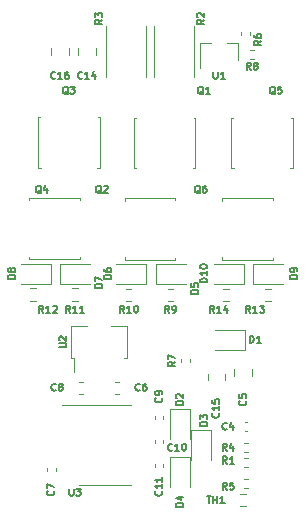
<source format=gbr>
%TF.GenerationSoftware,KiCad,Pcbnew,(5.1.9)-1*%
%TF.CreationDate,2021-11-17T21:41:55-08:00*%
%TF.ProjectId,MCL-102 Bridge,4d434c2d-3130-4322-9042-72696467652e,rev?*%
%TF.SameCoordinates,Original*%
%TF.FileFunction,Legend,Top*%
%TF.FilePolarity,Positive*%
%FSLAX46Y46*%
G04 Gerber Fmt 4.6, Leading zero omitted, Abs format (unit mm)*
G04 Created by KiCad (PCBNEW (5.1.9)-1) date 2021-11-17 21:41:55*
%MOMM*%
%LPD*%
G01*
G04 APERTURE LIST*
%ADD10C,0.120000*%
%ADD11C,0.127000*%
G04 APERTURE END LIST*
D10*
%TO.C,C15*%
X144324400Y-114419748D02*
X144324400Y-114942252D01*
X145794400Y-114419748D02*
X145794400Y-114942252D01*
%TO.C,C5*%
X146585000Y-114038748D02*
X146585000Y-114561252D01*
X148055000Y-114038748D02*
X148055000Y-114561252D01*
%TO.C,C16*%
X132561000Y-87383252D02*
X132561000Y-86860748D01*
X131091000Y-87383252D02*
X131091000Y-86860748D01*
%TO.C,C14*%
X134847000Y-87383252D02*
X134847000Y-86860748D01*
X133377000Y-87383252D02*
X133377000Y-86860748D01*
%TO.C,U3*%
X135636000Y-117011000D02*
X132036000Y-117011000D01*
X135636000Y-117011000D02*
X137836000Y-117011000D01*
X135636000Y-123781000D02*
X133436000Y-123781000D01*
X135636000Y-123781000D02*
X137836000Y-123781000D01*
%TO.C,TH1*%
X147557258Y-124572500D02*
X147082742Y-124572500D01*
X147557258Y-125617500D02*
X147082742Y-125617500D01*
%TO.C,R12*%
X129777258Y-107173500D02*
X129302742Y-107173500D01*
X129777258Y-108218500D02*
X129302742Y-108218500D01*
%TO.C,R11*%
X132858742Y-108218500D02*
X133333258Y-108218500D01*
X132858742Y-107173500D02*
X133333258Y-107173500D01*
%TO.C,Q6*%
X145537000Y-99538000D02*
X145537000Y-99738000D01*
X149837000Y-99538000D02*
X145537000Y-99538000D01*
X149837000Y-99688000D02*
X149837000Y-99538000D01*
X149837000Y-104738000D02*
X149837000Y-104588000D01*
X145537000Y-104738000D02*
X149837000Y-104738000D01*
X145537000Y-104538000D02*
X145537000Y-104738000D01*
%TO.C,Q5*%
X146336000Y-97014000D02*
X146536000Y-97014000D01*
X146336000Y-92714000D02*
X146336000Y-97014000D01*
X146486000Y-92714000D02*
X146336000Y-92714000D01*
X151536000Y-92714000D02*
X151386000Y-92714000D01*
X151536000Y-97014000D02*
X151536000Y-92714000D01*
X151336000Y-97014000D02*
X151536000Y-97014000D01*
%TO.C,Q4*%
X129189000Y-99508000D02*
X129189000Y-99708000D01*
X133489000Y-99508000D02*
X129189000Y-99508000D01*
X133489000Y-99658000D02*
X133489000Y-99508000D01*
X133489000Y-104708000D02*
X133489000Y-104558000D01*
X129189000Y-104708000D02*
X133489000Y-104708000D01*
X129189000Y-104508000D02*
X129189000Y-104708000D01*
%TO.C,Q3*%
X129988000Y-96984000D02*
X130188000Y-96984000D01*
X129988000Y-92684000D02*
X129988000Y-96984000D01*
X130138000Y-92684000D02*
X129988000Y-92684000D01*
X135188000Y-92684000D02*
X135038000Y-92684000D01*
X135188000Y-96984000D02*
X135188000Y-92684000D01*
X134988000Y-96984000D02*
X135188000Y-96984000D01*
%TO.C,Q2*%
X137291000Y-99548000D02*
X137291000Y-99748000D01*
X141591000Y-99548000D02*
X137291000Y-99548000D01*
X141591000Y-99698000D02*
X141591000Y-99548000D01*
X141591000Y-104748000D02*
X141591000Y-104598000D01*
X137291000Y-104748000D02*
X141591000Y-104748000D01*
X137291000Y-104548000D02*
X137291000Y-104748000D01*
%TO.C,Q1*%
X138090000Y-97024000D02*
X138290000Y-97024000D01*
X138090000Y-92724000D02*
X138090000Y-97024000D01*
X138240000Y-92724000D02*
X138090000Y-92724000D01*
X143290000Y-92724000D02*
X143140000Y-92724000D01*
X143290000Y-97024000D02*
X143290000Y-92724000D01*
X143090000Y-97024000D02*
X143290000Y-97024000D01*
%TO.C,D9*%
X148198000Y-105098000D02*
X150748000Y-105098000D01*
X148198000Y-106798000D02*
X150748000Y-106798000D01*
X148198000Y-105098000D02*
X148198000Y-106798000D01*
%TO.C,D8*%
X131040000Y-106768000D02*
X128490000Y-106768000D01*
X131040000Y-105068000D02*
X128490000Y-105068000D01*
X131040000Y-106768000D02*
X131040000Y-105068000D01*
%TO.C,D7*%
X131850000Y-105068000D02*
X134400000Y-105068000D01*
X131850000Y-106768000D02*
X134400000Y-106768000D01*
X131850000Y-105068000D02*
X131850000Y-106768000D01*
%TO.C,D5*%
X139952000Y-105108000D02*
X142502000Y-105108000D01*
X139952000Y-106808000D02*
X142502000Y-106808000D01*
X139952000Y-105108000D02*
X139952000Y-106808000D01*
%TO.C,C6*%
X136792580Y-115060000D02*
X136511420Y-115060000D01*
X136792580Y-116080000D02*
X136511420Y-116080000D01*
%TO.C,U1*%
X146868000Y-86362000D02*
X146868000Y-87822000D01*
X143708000Y-86362000D02*
X143708000Y-88522000D01*
X143708000Y-86362000D02*
X144638000Y-86362000D01*
X146868000Y-86362000D02*
X145938000Y-86362000D01*
%TO.C,U2*%
X137488000Y-113074000D02*
X137258000Y-113074000D01*
X132768000Y-113074000D02*
X132998000Y-113074000D01*
X132768000Y-113074000D02*
X132768000Y-110354000D01*
X132768000Y-110354000D02*
X134078000Y-110354000D01*
X132998000Y-114214000D02*
X132998000Y-113074000D01*
X137488000Y-110354000D02*
X137488000Y-113074000D01*
X136178000Y-110354000D02*
X137488000Y-110354000D01*
%TO.C,R8*%
X147928359Y-87756000D02*
X148235641Y-87756000D01*
X147928359Y-86996000D02*
X148235641Y-86996000D01*
%TO.C,R7*%
X142874000Y-113437641D02*
X142874000Y-113130359D01*
X142114000Y-113437641D02*
X142114000Y-113130359D01*
%TO.C,R5*%
X147727641Y-121540000D02*
X147420359Y-121540000D01*
X147727641Y-122300000D02*
X147420359Y-122300000D01*
%TO.C,R14*%
X146125258Y-107203500D02*
X145650742Y-107203500D01*
X146125258Y-108248500D02*
X145650742Y-108248500D01*
%TO.C,R13*%
X149206742Y-108248500D02*
X149681258Y-108248500D01*
X149206742Y-107203500D02*
X149681258Y-107203500D01*
%TO.C,R6*%
X147954000Y-85751641D02*
X147954000Y-85444359D01*
X147194000Y-85751641D02*
X147194000Y-85444359D01*
%TO.C,R4*%
X147420359Y-121030000D02*
X147727641Y-121030000D01*
X147420359Y-120270000D02*
X147727641Y-120270000D01*
%TO.C,R1*%
X147420359Y-124078000D02*
X147727641Y-124078000D01*
X147420359Y-123318000D02*
X147727641Y-123318000D01*
%TO.C,R10*%
X137879258Y-107213500D02*
X137404742Y-107213500D01*
X137879258Y-108258500D02*
X137404742Y-108258500D01*
%TO.C,R3*%
X135704000Y-84944936D02*
X135704000Y-89299064D01*
X139124000Y-84944936D02*
X139124000Y-89299064D01*
%TO.C,R2*%
X139768000Y-84944936D02*
X139768000Y-89299064D01*
X143188000Y-84944936D02*
X143188000Y-89299064D01*
%TO.C,R9*%
X140960742Y-108258500D02*
X141435258Y-108258500D01*
X140960742Y-107213500D02*
X141435258Y-107213500D01*
%TO.C,D10*%
X147388000Y-106798000D02*
X144838000Y-106798000D01*
X147388000Y-105098000D02*
X144838000Y-105098000D01*
X147388000Y-106798000D02*
X147388000Y-105098000D01*
%TO.C,D1*%
X147461100Y-112356000D02*
X144911100Y-112356000D01*
X147461100Y-110656000D02*
X144911100Y-110656000D01*
X147461100Y-112356000D02*
X147461100Y-110656000D01*
%TO.C,D4*%
X142836000Y-121436000D02*
X142836000Y-123986000D01*
X141136000Y-121436000D02*
X141136000Y-123986000D01*
X142836000Y-121436000D02*
X141136000Y-121436000D01*
%TO.C,D3*%
X144614000Y-119150000D02*
X144614000Y-121700000D01*
X142914000Y-119150000D02*
X142914000Y-121700000D01*
X144614000Y-119150000D02*
X142914000Y-119150000D01*
%TO.C,D2*%
X142836000Y-117372000D02*
X142836000Y-119922000D01*
X141136000Y-117372000D02*
X141136000Y-119922000D01*
X142836000Y-117372000D02*
X141136000Y-117372000D01*
%TO.C,D6*%
X139142000Y-106808000D02*
X136592000Y-106808000D01*
X139142000Y-105108000D02*
X136592000Y-105108000D01*
X139142000Y-106808000D02*
X139142000Y-105108000D01*
%TO.C,C4*%
X147466164Y-119232000D02*
X147681836Y-119232000D01*
X147466164Y-118512000D02*
X147681836Y-118512000D01*
%TO.C,C8*%
X133463420Y-116080000D02*
X133744580Y-116080000D01*
X133463420Y-115060000D02*
X133744580Y-115060000D01*
%TO.C,C11*%
X140568000Y-122281836D02*
X140568000Y-122066164D01*
X139848000Y-122281836D02*
X139848000Y-122066164D01*
%TO.C,C10*%
X140568000Y-120249836D02*
X140568000Y-120034164D01*
X139848000Y-120249836D02*
X139848000Y-120034164D01*
%TO.C,C9*%
X140568000Y-118217836D02*
X140568000Y-118002164D01*
X139848000Y-118217836D02*
X139848000Y-118002164D01*
%TO.C,C7*%
X131449400Y-122614636D02*
X131449400Y-122398964D01*
X130729400Y-122614636D02*
X130729400Y-122398964D01*
%TO.C,C15*%
D11*
X145251714Y-117739885D02*
X145280742Y-117768914D01*
X145309771Y-117856000D01*
X145309771Y-117914057D01*
X145280742Y-118001142D01*
X145222685Y-118059200D01*
X145164628Y-118088228D01*
X145048514Y-118117257D01*
X144961428Y-118117257D01*
X144845314Y-118088228D01*
X144787257Y-118059200D01*
X144729200Y-118001142D01*
X144700171Y-117914057D01*
X144700171Y-117856000D01*
X144729200Y-117768914D01*
X144758228Y-117739885D01*
X145309771Y-117159314D02*
X145309771Y-117507657D01*
X145309771Y-117333485D02*
X144700171Y-117333485D01*
X144787257Y-117391542D01*
X144845314Y-117449600D01*
X144874342Y-117507657D01*
X144700171Y-116607771D02*
X144700171Y-116898057D01*
X144990457Y-116927085D01*
X144961428Y-116898057D01*
X144932400Y-116840000D01*
X144932400Y-116694857D01*
X144961428Y-116636800D01*
X144990457Y-116607771D01*
X145048514Y-116578742D01*
X145193657Y-116578742D01*
X145251714Y-116607771D01*
X145280742Y-116636800D01*
X145309771Y-116694857D01*
X145309771Y-116840000D01*
X145280742Y-116898057D01*
X145251714Y-116927085D01*
%TO.C,C5*%
X147537714Y-116687600D02*
X147566742Y-116716628D01*
X147595771Y-116803714D01*
X147595771Y-116861771D01*
X147566742Y-116948857D01*
X147508685Y-117006914D01*
X147450628Y-117035942D01*
X147334514Y-117064971D01*
X147247428Y-117064971D01*
X147131314Y-117035942D01*
X147073257Y-117006914D01*
X147015200Y-116948857D01*
X146986171Y-116861771D01*
X146986171Y-116803714D01*
X147015200Y-116716628D01*
X147044228Y-116687600D01*
X146986171Y-116136057D02*
X146986171Y-116426342D01*
X147276457Y-116455371D01*
X147247428Y-116426342D01*
X147218400Y-116368285D01*
X147218400Y-116223142D01*
X147247428Y-116165085D01*
X147276457Y-116136057D01*
X147334514Y-116107028D01*
X147479657Y-116107028D01*
X147537714Y-116136057D01*
X147566742Y-116165085D01*
X147595771Y-116223142D01*
X147595771Y-116368285D01*
X147566742Y-116426342D01*
X147537714Y-116455371D01*
%TO.C,C16*%
X131434114Y-89371714D02*
X131405085Y-89400742D01*
X131318000Y-89429771D01*
X131259942Y-89429771D01*
X131172857Y-89400742D01*
X131114800Y-89342685D01*
X131085771Y-89284628D01*
X131056742Y-89168514D01*
X131056742Y-89081428D01*
X131085771Y-88965314D01*
X131114800Y-88907257D01*
X131172857Y-88849200D01*
X131259942Y-88820171D01*
X131318000Y-88820171D01*
X131405085Y-88849200D01*
X131434114Y-88878228D01*
X132014685Y-89429771D02*
X131666342Y-89429771D01*
X131840514Y-89429771D02*
X131840514Y-88820171D01*
X131782457Y-88907257D01*
X131724400Y-88965314D01*
X131666342Y-88994342D01*
X132537200Y-88820171D02*
X132421085Y-88820171D01*
X132363028Y-88849200D01*
X132334000Y-88878228D01*
X132275942Y-88965314D01*
X132246914Y-89081428D01*
X132246914Y-89313657D01*
X132275942Y-89371714D01*
X132304971Y-89400742D01*
X132363028Y-89429771D01*
X132479142Y-89429771D01*
X132537200Y-89400742D01*
X132566228Y-89371714D01*
X132595257Y-89313657D01*
X132595257Y-89168514D01*
X132566228Y-89110457D01*
X132537200Y-89081428D01*
X132479142Y-89052400D01*
X132363028Y-89052400D01*
X132304971Y-89081428D01*
X132275942Y-89110457D01*
X132246914Y-89168514D01*
%TO.C,C14*%
X133720114Y-89371714D02*
X133691085Y-89400742D01*
X133604000Y-89429771D01*
X133545942Y-89429771D01*
X133458857Y-89400742D01*
X133400800Y-89342685D01*
X133371771Y-89284628D01*
X133342742Y-89168514D01*
X133342742Y-89081428D01*
X133371771Y-88965314D01*
X133400800Y-88907257D01*
X133458857Y-88849200D01*
X133545942Y-88820171D01*
X133604000Y-88820171D01*
X133691085Y-88849200D01*
X133720114Y-88878228D01*
X134300685Y-89429771D02*
X133952342Y-89429771D01*
X134126514Y-89429771D02*
X134126514Y-88820171D01*
X134068457Y-88907257D01*
X134010400Y-88965314D01*
X133952342Y-88994342D01*
X134823200Y-89023371D02*
X134823200Y-89429771D01*
X134678057Y-88791142D02*
X134532914Y-89226571D01*
X134910285Y-89226571D01*
%TO.C,U3*%
X132631542Y-124126171D02*
X132631542Y-124619657D01*
X132660571Y-124677714D01*
X132689600Y-124706742D01*
X132747657Y-124735771D01*
X132863771Y-124735771D01*
X132921828Y-124706742D01*
X132950857Y-124677714D01*
X132979885Y-124619657D01*
X132979885Y-124126171D01*
X133212114Y-124126171D02*
X133589485Y-124126171D01*
X133386285Y-124358400D01*
X133473371Y-124358400D01*
X133531428Y-124387428D01*
X133560457Y-124416457D01*
X133589485Y-124474514D01*
X133589485Y-124619657D01*
X133560457Y-124677714D01*
X133531428Y-124706742D01*
X133473371Y-124735771D01*
X133299200Y-124735771D01*
X133241142Y-124706742D01*
X133212114Y-124677714D01*
%TO.C,TH1*%
X144250228Y-124761171D02*
X144598571Y-124761171D01*
X144424400Y-125370771D02*
X144424400Y-124761171D01*
X144801771Y-125370771D02*
X144801771Y-124761171D01*
X144801771Y-125051457D02*
X145150114Y-125051457D01*
X145150114Y-125370771D02*
X145150114Y-124761171D01*
X145759714Y-125370771D02*
X145411371Y-125370771D01*
X145585542Y-125370771D02*
X145585542Y-124761171D01*
X145527485Y-124848257D01*
X145469428Y-124906314D01*
X145411371Y-124935342D01*
%TO.C,R12*%
X130418114Y-109241771D02*
X130214914Y-108951485D01*
X130069771Y-109241771D02*
X130069771Y-108632171D01*
X130302000Y-108632171D01*
X130360057Y-108661200D01*
X130389085Y-108690228D01*
X130418114Y-108748285D01*
X130418114Y-108835371D01*
X130389085Y-108893428D01*
X130360057Y-108922457D01*
X130302000Y-108951485D01*
X130069771Y-108951485D01*
X130998685Y-109241771D02*
X130650342Y-109241771D01*
X130824514Y-109241771D02*
X130824514Y-108632171D01*
X130766457Y-108719257D01*
X130708400Y-108777314D01*
X130650342Y-108806342D01*
X131230914Y-108690228D02*
X131259942Y-108661200D01*
X131318000Y-108632171D01*
X131463142Y-108632171D01*
X131521200Y-108661200D01*
X131550228Y-108690228D01*
X131579257Y-108748285D01*
X131579257Y-108806342D01*
X131550228Y-108893428D01*
X131201885Y-109241771D01*
X131579257Y-109241771D01*
%TO.C,R11*%
X132704114Y-109241771D02*
X132500914Y-108951485D01*
X132355771Y-109241771D02*
X132355771Y-108632171D01*
X132588000Y-108632171D01*
X132646057Y-108661200D01*
X132675085Y-108690228D01*
X132704114Y-108748285D01*
X132704114Y-108835371D01*
X132675085Y-108893428D01*
X132646057Y-108922457D01*
X132588000Y-108951485D01*
X132355771Y-108951485D01*
X133284685Y-109241771D02*
X132936342Y-109241771D01*
X133110514Y-109241771D02*
X133110514Y-108632171D01*
X133052457Y-108719257D01*
X132994400Y-108777314D01*
X132936342Y-108806342D01*
X133865257Y-109241771D02*
X133516914Y-109241771D01*
X133691085Y-109241771D02*
X133691085Y-108632171D01*
X133633028Y-108719257D01*
X133574971Y-108777314D01*
X133516914Y-108806342D01*
%TO.C,Q6*%
X143705942Y-99139828D02*
X143647885Y-99110800D01*
X143589828Y-99052742D01*
X143502742Y-98965657D01*
X143444685Y-98936628D01*
X143386628Y-98936628D01*
X143415657Y-99081771D02*
X143357600Y-99052742D01*
X143299542Y-98994685D01*
X143270514Y-98878571D01*
X143270514Y-98675371D01*
X143299542Y-98559257D01*
X143357600Y-98501200D01*
X143415657Y-98472171D01*
X143531771Y-98472171D01*
X143589828Y-98501200D01*
X143647885Y-98559257D01*
X143676914Y-98675371D01*
X143676914Y-98878571D01*
X143647885Y-98994685D01*
X143589828Y-99052742D01*
X143531771Y-99081771D01*
X143415657Y-99081771D01*
X144199428Y-98472171D02*
X144083314Y-98472171D01*
X144025257Y-98501200D01*
X143996228Y-98530228D01*
X143938171Y-98617314D01*
X143909142Y-98733428D01*
X143909142Y-98965657D01*
X143938171Y-99023714D01*
X143967200Y-99052742D01*
X144025257Y-99081771D01*
X144141371Y-99081771D01*
X144199428Y-99052742D01*
X144228457Y-99023714D01*
X144257485Y-98965657D01*
X144257485Y-98820514D01*
X144228457Y-98762457D01*
X144199428Y-98733428D01*
X144141371Y-98704400D01*
X144025257Y-98704400D01*
X143967200Y-98733428D01*
X143938171Y-98762457D01*
X143909142Y-98820514D01*
%TO.C,Q5*%
X150055942Y-90757828D02*
X149997885Y-90728800D01*
X149939828Y-90670742D01*
X149852742Y-90583657D01*
X149794685Y-90554628D01*
X149736628Y-90554628D01*
X149765657Y-90699771D02*
X149707600Y-90670742D01*
X149649542Y-90612685D01*
X149620514Y-90496571D01*
X149620514Y-90293371D01*
X149649542Y-90177257D01*
X149707600Y-90119200D01*
X149765657Y-90090171D01*
X149881771Y-90090171D01*
X149939828Y-90119200D01*
X149997885Y-90177257D01*
X150026914Y-90293371D01*
X150026914Y-90496571D01*
X149997885Y-90612685D01*
X149939828Y-90670742D01*
X149881771Y-90699771D01*
X149765657Y-90699771D01*
X150578457Y-90090171D02*
X150288171Y-90090171D01*
X150259142Y-90380457D01*
X150288171Y-90351428D01*
X150346228Y-90322400D01*
X150491371Y-90322400D01*
X150549428Y-90351428D01*
X150578457Y-90380457D01*
X150607485Y-90438514D01*
X150607485Y-90583657D01*
X150578457Y-90641714D01*
X150549428Y-90670742D01*
X150491371Y-90699771D01*
X150346228Y-90699771D01*
X150288171Y-90670742D01*
X150259142Y-90641714D01*
%TO.C,Q4*%
X130243942Y-99139828D02*
X130185885Y-99110800D01*
X130127828Y-99052742D01*
X130040742Y-98965657D01*
X129982685Y-98936628D01*
X129924628Y-98936628D01*
X129953657Y-99081771D02*
X129895600Y-99052742D01*
X129837542Y-98994685D01*
X129808514Y-98878571D01*
X129808514Y-98675371D01*
X129837542Y-98559257D01*
X129895600Y-98501200D01*
X129953657Y-98472171D01*
X130069771Y-98472171D01*
X130127828Y-98501200D01*
X130185885Y-98559257D01*
X130214914Y-98675371D01*
X130214914Y-98878571D01*
X130185885Y-98994685D01*
X130127828Y-99052742D01*
X130069771Y-99081771D01*
X129953657Y-99081771D01*
X130737428Y-98675371D02*
X130737428Y-99081771D01*
X130592285Y-98443142D02*
X130447142Y-98878571D01*
X130824514Y-98878571D01*
%TO.C,Q3*%
X132529942Y-90757828D02*
X132471885Y-90728800D01*
X132413828Y-90670742D01*
X132326742Y-90583657D01*
X132268685Y-90554628D01*
X132210628Y-90554628D01*
X132239657Y-90699771D02*
X132181600Y-90670742D01*
X132123542Y-90612685D01*
X132094514Y-90496571D01*
X132094514Y-90293371D01*
X132123542Y-90177257D01*
X132181600Y-90119200D01*
X132239657Y-90090171D01*
X132355771Y-90090171D01*
X132413828Y-90119200D01*
X132471885Y-90177257D01*
X132500914Y-90293371D01*
X132500914Y-90496571D01*
X132471885Y-90612685D01*
X132413828Y-90670742D01*
X132355771Y-90699771D01*
X132239657Y-90699771D01*
X132704114Y-90090171D02*
X133081485Y-90090171D01*
X132878285Y-90322400D01*
X132965371Y-90322400D01*
X133023428Y-90351428D01*
X133052457Y-90380457D01*
X133081485Y-90438514D01*
X133081485Y-90583657D01*
X133052457Y-90641714D01*
X133023428Y-90670742D01*
X132965371Y-90699771D01*
X132791200Y-90699771D01*
X132733142Y-90670742D01*
X132704114Y-90641714D01*
%TO.C,Q2*%
X135323942Y-99139828D02*
X135265885Y-99110800D01*
X135207828Y-99052742D01*
X135120742Y-98965657D01*
X135062685Y-98936628D01*
X135004628Y-98936628D01*
X135033657Y-99081771D02*
X134975600Y-99052742D01*
X134917542Y-98994685D01*
X134888514Y-98878571D01*
X134888514Y-98675371D01*
X134917542Y-98559257D01*
X134975600Y-98501200D01*
X135033657Y-98472171D01*
X135149771Y-98472171D01*
X135207828Y-98501200D01*
X135265885Y-98559257D01*
X135294914Y-98675371D01*
X135294914Y-98878571D01*
X135265885Y-98994685D01*
X135207828Y-99052742D01*
X135149771Y-99081771D01*
X135033657Y-99081771D01*
X135527142Y-98530228D02*
X135556171Y-98501200D01*
X135614228Y-98472171D01*
X135759371Y-98472171D01*
X135817428Y-98501200D01*
X135846457Y-98530228D01*
X135875485Y-98588285D01*
X135875485Y-98646342D01*
X135846457Y-98733428D01*
X135498114Y-99081771D01*
X135875485Y-99081771D01*
%TO.C,Q1*%
X143959942Y-90757828D02*
X143901885Y-90728800D01*
X143843828Y-90670742D01*
X143756742Y-90583657D01*
X143698685Y-90554628D01*
X143640628Y-90554628D01*
X143669657Y-90699771D02*
X143611600Y-90670742D01*
X143553542Y-90612685D01*
X143524514Y-90496571D01*
X143524514Y-90293371D01*
X143553542Y-90177257D01*
X143611600Y-90119200D01*
X143669657Y-90090171D01*
X143785771Y-90090171D01*
X143843828Y-90119200D01*
X143901885Y-90177257D01*
X143930914Y-90293371D01*
X143930914Y-90496571D01*
X143901885Y-90612685D01*
X143843828Y-90670742D01*
X143785771Y-90699771D01*
X143669657Y-90699771D01*
X144511485Y-90699771D02*
X144163142Y-90699771D01*
X144337314Y-90699771D02*
X144337314Y-90090171D01*
X144279257Y-90177257D01*
X144221200Y-90235314D01*
X144163142Y-90264342D01*
%TO.C,D9*%
X151913771Y-106367942D02*
X151304171Y-106367942D01*
X151304171Y-106222800D01*
X151333200Y-106135714D01*
X151391257Y-106077657D01*
X151449314Y-106048628D01*
X151565428Y-106019600D01*
X151652514Y-106019600D01*
X151768628Y-106048628D01*
X151826685Y-106077657D01*
X151884742Y-106135714D01*
X151913771Y-106222800D01*
X151913771Y-106367942D01*
X151913771Y-105729314D02*
X151913771Y-105613200D01*
X151884742Y-105555142D01*
X151855714Y-105526114D01*
X151768628Y-105468057D01*
X151652514Y-105439028D01*
X151420285Y-105439028D01*
X151362228Y-105468057D01*
X151333200Y-105497085D01*
X151304171Y-105555142D01*
X151304171Y-105671257D01*
X151333200Y-105729314D01*
X151362228Y-105758342D01*
X151420285Y-105787371D01*
X151565428Y-105787371D01*
X151623485Y-105758342D01*
X151652514Y-105729314D01*
X151681542Y-105671257D01*
X151681542Y-105555142D01*
X151652514Y-105497085D01*
X151623485Y-105468057D01*
X151565428Y-105439028D01*
%TO.C,D8*%
X128037771Y-106367942D02*
X127428171Y-106367942D01*
X127428171Y-106222800D01*
X127457200Y-106135714D01*
X127515257Y-106077657D01*
X127573314Y-106048628D01*
X127689428Y-106019600D01*
X127776514Y-106019600D01*
X127892628Y-106048628D01*
X127950685Y-106077657D01*
X128008742Y-106135714D01*
X128037771Y-106222800D01*
X128037771Y-106367942D01*
X127689428Y-105671257D02*
X127660400Y-105729314D01*
X127631371Y-105758342D01*
X127573314Y-105787371D01*
X127544285Y-105787371D01*
X127486228Y-105758342D01*
X127457200Y-105729314D01*
X127428171Y-105671257D01*
X127428171Y-105555142D01*
X127457200Y-105497085D01*
X127486228Y-105468057D01*
X127544285Y-105439028D01*
X127573314Y-105439028D01*
X127631371Y-105468057D01*
X127660400Y-105497085D01*
X127689428Y-105555142D01*
X127689428Y-105671257D01*
X127718457Y-105729314D01*
X127747485Y-105758342D01*
X127805542Y-105787371D01*
X127921657Y-105787371D01*
X127979714Y-105758342D01*
X128008742Y-105729314D01*
X128037771Y-105671257D01*
X128037771Y-105555142D01*
X128008742Y-105497085D01*
X127979714Y-105468057D01*
X127921657Y-105439028D01*
X127805542Y-105439028D01*
X127747485Y-105468057D01*
X127718457Y-105497085D01*
X127689428Y-105555142D01*
%TO.C,D7*%
X135403771Y-107129942D02*
X134794171Y-107129942D01*
X134794171Y-106984800D01*
X134823200Y-106897714D01*
X134881257Y-106839657D01*
X134939314Y-106810628D01*
X135055428Y-106781600D01*
X135142514Y-106781600D01*
X135258628Y-106810628D01*
X135316685Y-106839657D01*
X135374742Y-106897714D01*
X135403771Y-106984800D01*
X135403771Y-107129942D01*
X134794171Y-106578400D02*
X134794171Y-106172000D01*
X135403771Y-106433257D01*
%TO.C,D5*%
X143531771Y-107637942D02*
X142922171Y-107637942D01*
X142922171Y-107492800D01*
X142951200Y-107405714D01*
X143009257Y-107347657D01*
X143067314Y-107318628D01*
X143183428Y-107289600D01*
X143270514Y-107289600D01*
X143386628Y-107318628D01*
X143444685Y-107347657D01*
X143502742Y-107405714D01*
X143531771Y-107492800D01*
X143531771Y-107637942D01*
X142922171Y-106738057D02*
X142922171Y-107028342D01*
X143212457Y-107057371D01*
X143183428Y-107028342D01*
X143154400Y-106970285D01*
X143154400Y-106825142D01*
X143183428Y-106767085D01*
X143212457Y-106738057D01*
X143270514Y-106709028D01*
X143415657Y-106709028D01*
X143473714Y-106738057D01*
X143502742Y-106767085D01*
X143531771Y-106825142D01*
X143531771Y-106970285D01*
X143502742Y-107028342D01*
X143473714Y-107057371D01*
%TO.C,C6*%
X138582400Y-115787714D02*
X138553371Y-115816742D01*
X138466285Y-115845771D01*
X138408228Y-115845771D01*
X138321142Y-115816742D01*
X138263085Y-115758685D01*
X138234057Y-115700628D01*
X138205028Y-115584514D01*
X138205028Y-115497428D01*
X138234057Y-115381314D01*
X138263085Y-115323257D01*
X138321142Y-115265200D01*
X138408228Y-115236171D01*
X138466285Y-115236171D01*
X138553371Y-115265200D01*
X138582400Y-115294228D01*
X139104914Y-115236171D02*
X138988800Y-115236171D01*
X138930742Y-115265200D01*
X138901714Y-115294228D01*
X138843657Y-115381314D01*
X138814628Y-115497428D01*
X138814628Y-115729657D01*
X138843657Y-115787714D01*
X138872685Y-115816742D01*
X138930742Y-115845771D01*
X139046857Y-115845771D01*
X139104914Y-115816742D01*
X139133942Y-115787714D01*
X139162971Y-115729657D01*
X139162971Y-115584514D01*
X139133942Y-115526457D01*
X139104914Y-115497428D01*
X139046857Y-115468400D01*
X138930742Y-115468400D01*
X138872685Y-115497428D01*
X138843657Y-115526457D01*
X138814628Y-115584514D01*
%TO.C,U1*%
X144823542Y-88820171D02*
X144823542Y-89313657D01*
X144852571Y-89371714D01*
X144881600Y-89400742D01*
X144939657Y-89429771D01*
X145055771Y-89429771D01*
X145113828Y-89400742D01*
X145142857Y-89371714D01*
X145171885Y-89313657D01*
X145171885Y-88820171D01*
X145781485Y-89429771D02*
X145433142Y-89429771D01*
X145607314Y-89429771D02*
X145607314Y-88820171D01*
X145549257Y-88907257D01*
X145491200Y-88965314D01*
X145433142Y-88994342D01*
%TO.C,U2*%
X131746171Y-112178457D02*
X132239657Y-112178457D01*
X132297714Y-112149428D01*
X132326742Y-112120400D01*
X132355771Y-112062342D01*
X132355771Y-111946228D01*
X132326742Y-111888171D01*
X132297714Y-111859142D01*
X132239657Y-111830114D01*
X131746171Y-111830114D01*
X131804228Y-111568857D02*
X131775200Y-111539828D01*
X131746171Y-111481771D01*
X131746171Y-111336628D01*
X131775200Y-111278571D01*
X131804228Y-111249542D01*
X131862285Y-111220514D01*
X131920342Y-111220514D01*
X132007428Y-111249542D01*
X132355771Y-111597885D01*
X132355771Y-111220514D01*
%TO.C,R8*%
X147980400Y-88667771D02*
X147777200Y-88377485D01*
X147632057Y-88667771D02*
X147632057Y-88058171D01*
X147864285Y-88058171D01*
X147922342Y-88087200D01*
X147951371Y-88116228D01*
X147980400Y-88174285D01*
X147980400Y-88261371D01*
X147951371Y-88319428D01*
X147922342Y-88348457D01*
X147864285Y-88377485D01*
X147632057Y-88377485D01*
X148328742Y-88319428D02*
X148270685Y-88290400D01*
X148241657Y-88261371D01*
X148212628Y-88203314D01*
X148212628Y-88174285D01*
X148241657Y-88116228D01*
X148270685Y-88087200D01*
X148328742Y-88058171D01*
X148444857Y-88058171D01*
X148502914Y-88087200D01*
X148531942Y-88116228D01*
X148560971Y-88174285D01*
X148560971Y-88203314D01*
X148531942Y-88261371D01*
X148502914Y-88290400D01*
X148444857Y-88319428D01*
X148328742Y-88319428D01*
X148270685Y-88348457D01*
X148241657Y-88377485D01*
X148212628Y-88435542D01*
X148212628Y-88551657D01*
X148241657Y-88609714D01*
X148270685Y-88638742D01*
X148328742Y-88667771D01*
X148444857Y-88667771D01*
X148502914Y-88638742D01*
X148531942Y-88609714D01*
X148560971Y-88551657D01*
X148560971Y-88435542D01*
X148531942Y-88377485D01*
X148502914Y-88348457D01*
X148444857Y-88319428D01*
%TO.C,R7*%
X141599771Y-113385600D02*
X141309485Y-113588800D01*
X141599771Y-113733942D02*
X140990171Y-113733942D01*
X140990171Y-113501714D01*
X141019200Y-113443657D01*
X141048228Y-113414628D01*
X141106285Y-113385600D01*
X141193371Y-113385600D01*
X141251428Y-113414628D01*
X141280457Y-113443657D01*
X141309485Y-113501714D01*
X141309485Y-113733942D01*
X140990171Y-113182400D02*
X140990171Y-112776000D01*
X141599771Y-113037257D01*
%TO.C,R5*%
X145948400Y-124227771D02*
X145745200Y-123937485D01*
X145600057Y-124227771D02*
X145600057Y-123618171D01*
X145832285Y-123618171D01*
X145890342Y-123647200D01*
X145919371Y-123676228D01*
X145948400Y-123734285D01*
X145948400Y-123821371D01*
X145919371Y-123879428D01*
X145890342Y-123908457D01*
X145832285Y-123937485D01*
X145600057Y-123937485D01*
X146499942Y-123618171D02*
X146209657Y-123618171D01*
X146180628Y-123908457D01*
X146209657Y-123879428D01*
X146267714Y-123850400D01*
X146412857Y-123850400D01*
X146470914Y-123879428D01*
X146499942Y-123908457D01*
X146528971Y-123966514D01*
X146528971Y-124111657D01*
X146499942Y-124169714D01*
X146470914Y-124198742D01*
X146412857Y-124227771D01*
X146267714Y-124227771D01*
X146209657Y-124198742D01*
X146180628Y-124169714D01*
%TO.C,R14*%
X144896114Y-109241771D02*
X144692914Y-108951485D01*
X144547771Y-109241771D02*
X144547771Y-108632171D01*
X144780000Y-108632171D01*
X144838057Y-108661200D01*
X144867085Y-108690228D01*
X144896114Y-108748285D01*
X144896114Y-108835371D01*
X144867085Y-108893428D01*
X144838057Y-108922457D01*
X144780000Y-108951485D01*
X144547771Y-108951485D01*
X145476685Y-109241771D02*
X145128342Y-109241771D01*
X145302514Y-109241771D02*
X145302514Y-108632171D01*
X145244457Y-108719257D01*
X145186400Y-108777314D01*
X145128342Y-108806342D01*
X145999200Y-108835371D02*
X145999200Y-109241771D01*
X145854057Y-108603142D02*
X145708914Y-109038571D01*
X146086285Y-109038571D01*
%TO.C,R13*%
X147944114Y-109241771D02*
X147740914Y-108951485D01*
X147595771Y-109241771D02*
X147595771Y-108632171D01*
X147828000Y-108632171D01*
X147886057Y-108661200D01*
X147915085Y-108690228D01*
X147944114Y-108748285D01*
X147944114Y-108835371D01*
X147915085Y-108893428D01*
X147886057Y-108922457D01*
X147828000Y-108951485D01*
X147595771Y-108951485D01*
X148524685Y-109241771D02*
X148176342Y-109241771D01*
X148350514Y-109241771D02*
X148350514Y-108632171D01*
X148292457Y-108719257D01*
X148234400Y-108777314D01*
X148176342Y-108806342D01*
X148727885Y-108632171D02*
X149105257Y-108632171D01*
X148902057Y-108864400D01*
X148989142Y-108864400D01*
X149047200Y-108893428D01*
X149076228Y-108922457D01*
X149105257Y-108980514D01*
X149105257Y-109125657D01*
X149076228Y-109183714D01*
X149047200Y-109212742D01*
X148989142Y-109241771D01*
X148814971Y-109241771D01*
X148756914Y-109212742D01*
X148727885Y-109183714D01*
%TO.C,R6*%
X148865771Y-86207600D02*
X148575485Y-86410800D01*
X148865771Y-86555942D02*
X148256171Y-86555942D01*
X148256171Y-86323714D01*
X148285200Y-86265657D01*
X148314228Y-86236628D01*
X148372285Y-86207600D01*
X148459371Y-86207600D01*
X148517428Y-86236628D01*
X148546457Y-86265657D01*
X148575485Y-86323714D01*
X148575485Y-86555942D01*
X148256171Y-85685085D02*
X148256171Y-85801200D01*
X148285200Y-85859257D01*
X148314228Y-85888285D01*
X148401314Y-85946342D01*
X148517428Y-85975371D01*
X148749657Y-85975371D01*
X148807714Y-85946342D01*
X148836742Y-85917314D01*
X148865771Y-85859257D01*
X148865771Y-85743142D01*
X148836742Y-85685085D01*
X148807714Y-85656057D01*
X148749657Y-85627028D01*
X148604514Y-85627028D01*
X148546457Y-85656057D01*
X148517428Y-85685085D01*
X148488400Y-85743142D01*
X148488400Y-85859257D01*
X148517428Y-85917314D01*
X148546457Y-85946342D01*
X148604514Y-85975371D01*
%TO.C,R4*%
X145948400Y-120925771D02*
X145745200Y-120635485D01*
X145600057Y-120925771D02*
X145600057Y-120316171D01*
X145832285Y-120316171D01*
X145890342Y-120345200D01*
X145919371Y-120374228D01*
X145948400Y-120432285D01*
X145948400Y-120519371D01*
X145919371Y-120577428D01*
X145890342Y-120606457D01*
X145832285Y-120635485D01*
X145600057Y-120635485D01*
X146470914Y-120519371D02*
X146470914Y-120925771D01*
X146325771Y-120287142D02*
X146180628Y-120722571D01*
X146558000Y-120722571D01*
%TO.C,R1*%
X145948400Y-122017971D02*
X145745200Y-121727685D01*
X145600057Y-122017971D02*
X145600057Y-121408371D01*
X145832285Y-121408371D01*
X145890342Y-121437400D01*
X145919371Y-121466428D01*
X145948400Y-121524485D01*
X145948400Y-121611571D01*
X145919371Y-121669628D01*
X145890342Y-121698657D01*
X145832285Y-121727685D01*
X145600057Y-121727685D01*
X146528971Y-122017971D02*
X146180628Y-122017971D01*
X146354800Y-122017971D02*
X146354800Y-121408371D01*
X146296742Y-121495457D01*
X146238685Y-121553514D01*
X146180628Y-121582542D01*
%TO.C,R10*%
X137276114Y-109241771D02*
X137072914Y-108951485D01*
X136927771Y-109241771D02*
X136927771Y-108632171D01*
X137160000Y-108632171D01*
X137218057Y-108661200D01*
X137247085Y-108690228D01*
X137276114Y-108748285D01*
X137276114Y-108835371D01*
X137247085Y-108893428D01*
X137218057Y-108922457D01*
X137160000Y-108951485D01*
X136927771Y-108951485D01*
X137856685Y-109241771D02*
X137508342Y-109241771D01*
X137682514Y-109241771D02*
X137682514Y-108632171D01*
X137624457Y-108719257D01*
X137566400Y-108777314D01*
X137508342Y-108806342D01*
X138234057Y-108632171D02*
X138292114Y-108632171D01*
X138350171Y-108661200D01*
X138379200Y-108690228D01*
X138408228Y-108748285D01*
X138437257Y-108864400D01*
X138437257Y-109009542D01*
X138408228Y-109125657D01*
X138379200Y-109183714D01*
X138350171Y-109212742D01*
X138292114Y-109241771D01*
X138234057Y-109241771D01*
X138176000Y-109212742D01*
X138146971Y-109183714D01*
X138117942Y-109125657D01*
X138088914Y-109009542D01*
X138088914Y-108864400D01*
X138117942Y-108748285D01*
X138146971Y-108690228D01*
X138176000Y-108661200D01*
X138234057Y-108632171D01*
%TO.C,R3*%
X135403771Y-84429600D02*
X135113485Y-84632800D01*
X135403771Y-84777942D02*
X134794171Y-84777942D01*
X134794171Y-84545714D01*
X134823200Y-84487657D01*
X134852228Y-84458628D01*
X134910285Y-84429600D01*
X134997371Y-84429600D01*
X135055428Y-84458628D01*
X135084457Y-84487657D01*
X135113485Y-84545714D01*
X135113485Y-84777942D01*
X134794171Y-84226400D02*
X134794171Y-83849028D01*
X135026400Y-84052228D01*
X135026400Y-83965142D01*
X135055428Y-83907085D01*
X135084457Y-83878057D01*
X135142514Y-83849028D01*
X135287657Y-83849028D01*
X135345714Y-83878057D01*
X135374742Y-83907085D01*
X135403771Y-83965142D01*
X135403771Y-84139314D01*
X135374742Y-84197371D01*
X135345714Y-84226400D01*
%TO.C,R2*%
X144039771Y-84429600D02*
X143749485Y-84632800D01*
X144039771Y-84777942D02*
X143430171Y-84777942D01*
X143430171Y-84545714D01*
X143459200Y-84487657D01*
X143488228Y-84458628D01*
X143546285Y-84429600D01*
X143633371Y-84429600D01*
X143691428Y-84458628D01*
X143720457Y-84487657D01*
X143749485Y-84545714D01*
X143749485Y-84777942D01*
X143488228Y-84197371D02*
X143459200Y-84168342D01*
X143430171Y-84110285D01*
X143430171Y-83965142D01*
X143459200Y-83907085D01*
X143488228Y-83878057D01*
X143546285Y-83849028D01*
X143604342Y-83849028D01*
X143691428Y-83878057D01*
X144039771Y-84226400D01*
X144039771Y-83849028D01*
%TO.C,R9*%
X141096400Y-109241771D02*
X140893200Y-108951485D01*
X140748057Y-109241771D02*
X140748057Y-108632171D01*
X140980285Y-108632171D01*
X141038342Y-108661200D01*
X141067371Y-108690228D01*
X141096400Y-108748285D01*
X141096400Y-108835371D01*
X141067371Y-108893428D01*
X141038342Y-108922457D01*
X140980285Y-108951485D01*
X140748057Y-108951485D01*
X141386685Y-109241771D02*
X141502800Y-109241771D01*
X141560857Y-109212742D01*
X141589885Y-109183714D01*
X141647942Y-109096628D01*
X141676971Y-108980514D01*
X141676971Y-108748285D01*
X141647942Y-108690228D01*
X141618914Y-108661200D01*
X141560857Y-108632171D01*
X141444742Y-108632171D01*
X141386685Y-108661200D01*
X141357657Y-108690228D01*
X141328628Y-108748285D01*
X141328628Y-108893428D01*
X141357657Y-108951485D01*
X141386685Y-108980514D01*
X141444742Y-109009542D01*
X141560857Y-109009542D01*
X141618914Y-108980514D01*
X141647942Y-108951485D01*
X141676971Y-108893428D01*
%TO.C,D10*%
X144293771Y-106658228D02*
X143684171Y-106658228D01*
X143684171Y-106513085D01*
X143713200Y-106426000D01*
X143771257Y-106367942D01*
X143829314Y-106338914D01*
X143945428Y-106309885D01*
X144032514Y-106309885D01*
X144148628Y-106338914D01*
X144206685Y-106367942D01*
X144264742Y-106426000D01*
X144293771Y-106513085D01*
X144293771Y-106658228D01*
X144293771Y-105729314D02*
X144293771Y-106077657D01*
X144293771Y-105903485D02*
X143684171Y-105903485D01*
X143771257Y-105961542D01*
X143829314Y-106019600D01*
X143858342Y-106077657D01*
X143684171Y-105351942D02*
X143684171Y-105293885D01*
X143713200Y-105235828D01*
X143742228Y-105206800D01*
X143800285Y-105177771D01*
X143916400Y-105148742D01*
X144061542Y-105148742D01*
X144177657Y-105177771D01*
X144235714Y-105206800D01*
X144264742Y-105235828D01*
X144293771Y-105293885D01*
X144293771Y-105351942D01*
X144264742Y-105410000D01*
X144235714Y-105439028D01*
X144177657Y-105468057D01*
X144061542Y-105497085D01*
X143916400Y-105497085D01*
X143800285Y-105468057D01*
X143742228Y-105439028D01*
X143713200Y-105410000D01*
X143684171Y-105351942D01*
%TO.C,D1*%
X147886057Y-111781771D02*
X147886057Y-111172171D01*
X148031200Y-111172171D01*
X148118285Y-111201200D01*
X148176342Y-111259257D01*
X148205371Y-111317314D01*
X148234400Y-111433428D01*
X148234400Y-111520514D01*
X148205371Y-111636628D01*
X148176342Y-111694685D01*
X148118285Y-111752742D01*
X148031200Y-111781771D01*
X147886057Y-111781771D01*
X148814971Y-111781771D02*
X148466628Y-111781771D01*
X148640800Y-111781771D02*
X148640800Y-111172171D01*
X148582742Y-111259257D01*
X148524685Y-111317314D01*
X148466628Y-111346342D01*
%TO.C,D4*%
X142261771Y-125671942D02*
X141652171Y-125671942D01*
X141652171Y-125526800D01*
X141681200Y-125439714D01*
X141739257Y-125381657D01*
X141797314Y-125352628D01*
X141913428Y-125323600D01*
X142000514Y-125323600D01*
X142116628Y-125352628D01*
X142174685Y-125381657D01*
X142232742Y-125439714D01*
X142261771Y-125526800D01*
X142261771Y-125671942D01*
X141855371Y-124801085D02*
X142261771Y-124801085D01*
X141623142Y-124946228D02*
X142058571Y-125091371D01*
X142058571Y-124714000D01*
%TO.C,D3*%
X144293771Y-118813942D02*
X143684171Y-118813942D01*
X143684171Y-118668800D01*
X143713200Y-118581714D01*
X143771257Y-118523657D01*
X143829314Y-118494628D01*
X143945428Y-118465600D01*
X144032514Y-118465600D01*
X144148628Y-118494628D01*
X144206685Y-118523657D01*
X144264742Y-118581714D01*
X144293771Y-118668800D01*
X144293771Y-118813942D01*
X143684171Y-118262400D02*
X143684171Y-117885028D01*
X143916400Y-118088228D01*
X143916400Y-118001142D01*
X143945428Y-117943085D01*
X143974457Y-117914057D01*
X144032514Y-117885028D01*
X144177657Y-117885028D01*
X144235714Y-117914057D01*
X144264742Y-117943085D01*
X144293771Y-118001142D01*
X144293771Y-118175314D01*
X144264742Y-118233371D01*
X144235714Y-118262400D01*
%TO.C,D2*%
X142261771Y-117035942D02*
X141652171Y-117035942D01*
X141652171Y-116890800D01*
X141681200Y-116803714D01*
X141739257Y-116745657D01*
X141797314Y-116716628D01*
X141913428Y-116687600D01*
X142000514Y-116687600D01*
X142116628Y-116716628D01*
X142174685Y-116745657D01*
X142232742Y-116803714D01*
X142261771Y-116890800D01*
X142261771Y-117035942D01*
X141710228Y-116455371D02*
X141681200Y-116426342D01*
X141652171Y-116368285D01*
X141652171Y-116223142D01*
X141681200Y-116165085D01*
X141710228Y-116136057D01*
X141768285Y-116107028D01*
X141826342Y-116107028D01*
X141913428Y-116136057D01*
X142261771Y-116484400D01*
X142261771Y-116107028D01*
%TO.C,D6*%
X136165771Y-106367942D02*
X135556171Y-106367942D01*
X135556171Y-106222800D01*
X135585200Y-106135714D01*
X135643257Y-106077657D01*
X135701314Y-106048628D01*
X135817428Y-106019600D01*
X135904514Y-106019600D01*
X136020628Y-106048628D01*
X136078685Y-106077657D01*
X136136742Y-106135714D01*
X136165771Y-106222800D01*
X136165771Y-106367942D01*
X135556171Y-105497085D02*
X135556171Y-105613200D01*
X135585200Y-105671257D01*
X135614228Y-105700285D01*
X135701314Y-105758342D01*
X135817428Y-105787371D01*
X136049657Y-105787371D01*
X136107714Y-105758342D01*
X136136742Y-105729314D01*
X136165771Y-105671257D01*
X136165771Y-105555142D01*
X136136742Y-105497085D01*
X136107714Y-105468057D01*
X136049657Y-105439028D01*
X135904514Y-105439028D01*
X135846457Y-105468057D01*
X135817428Y-105497085D01*
X135788400Y-105555142D01*
X135788400Y-105671257D01*
X135817428Y-105729314D01*
X135846457Y-105758342D01*
X135904514Y-105787371D01*
%TO.C,C4*%
X145948400Y-119089714D02*
X145919371Y-119118742D01*
X145832285Y-119147771D01*
X145774228Y-119147771D01*
X145687142Y-119118742D01*
X145629085Y-119060685D01*
X145600057Y-119002628D01*
X145571028Y-118886514D01*
X145571028Y-118799428D01*
X145600057Y-118683314D01*
X145629085Y-118625257D01*
X145687142Y-118567200D01*
X145774228Y-118538171D01*
X145832285Y-118538171D01*
X145919371Y-118567200D01*
X145948400Y-118596228D01*
X146470914Y-118741371D02*
X146470914Y-119147771D01*
X146325771Y-118509142D02*
X146180628Y-118944571D01*
X146558000Y-118944571D01*
%TO.C,C8*%
X131470400Y-115787714D02*
X131441371Y-115816742D01*
X131354285Y-115845771D01*
X131296228Y-115845771D01*
X131209142Y-115816742D01*
X131151085Y-115758685D01*
X131122057Y-115700628D01*
X131093028Y-115584514D01*
X131093028Y-115497428D01*
X131122057Y-115381314D01*
X131151085Y-115323257D01*
X131209142Y-115265200D01*
X131296228Y-115236171D01*
X131354285Y-115236171D01*
X131441371Y-115265200D01*
X131470400Y-115294228D01*
X131818742Y-115497428D02*
X131760685Y-115468400D01*
X131731657Y-115439371D01*
X131702628Y-115381314D01*
X131702628Y-115352285D01*
X131731657Y-115294228D01*
X131760685Y-115265200D01*
X131818742Y-115236171D01*
X131934857Y-115236171D01*
X131992914Y-115265200D01*
X132021942Y-115294228D01*
X132050971Y-115352285D01*
X132050971Y-115381314D01*
X132021942Y-115439371D01*
X131992914Y-115468400D01*
X131934857Y-115497428D01*
X131818742Y-115497428D01*
X131760685Y-115526457D01*
X131731657Y-115555485D01*
X131702628Y-115613542D01*
X131702628Y-115729657D01*
X131731657Y-115787714D01*
X131760685Y-115816742D01*
X131818742Y-115845771D01*
X131934857Y-115845771D01*
X131992914Y-115816742D01*
X132021942Y-115787714D01*
X132050971Y-115729657D01*
X132050971Y-115613542D01*
X132021942Y-115555485D01*
X131992914Y-115526457D01*
X131934857Y-115497428D01*
%TO.C,C11*%
X140425714Y-124343885D02*
X140454742Y-124372914D01*
X140483771Y-124460000D01*
X140483771Y-124518057D01*
X140454742Y-124605142D01*
X140396685Y-124663200D01*
X140338628Y-124692228D01*
X140222514Y-124721257D01*
X140135428Y-124721257D01*
X140019314Y-124692228D01*
X139961257Y-124663200D01*
X139903200Y-124605142D01*
X139874171Y-124518057D01*
X139874171Y-124460000D01*
X139903200Y-124372914D01*
X139932228Y-124343885D01*
X140483771Y-123763314D02*
X140483771Y-124111657D01*
X140483771Y-123937485D02*
X139874171Y-123937485D01*
X139961257Y-123995542D01*
X140019314Y-124053600D01*
X140048342Y-124111657D01*
X140483771Y-123182742D02*
X140483771Y-123531085D01*
X140483771Y-123356914D02*
X139874171Y-123356914D01*
X139961257Y-123414971D01*
X140019314Y-123473028D01*
X140048342Y-123531085D01*
%TO.C,C10*%
X141340114Y-120867714D02*
X141311085Y-120896742D01*
X141224000Y-120925771D01*
X141165942Y-120925771D01*
X141078857Y-120896742D01*
X141020800Y-120838685D01*
X140991771Y-120780628D01*
X140962742Y-120664514D01*
X140962742Y-120577428D01*
X140991771Y-120461314D01*
X141020800Y-120403257D01*
X141078857Y-120345200D01*
X141165942Y-120316171D01*
X141224000Y-120316171D01*
X141311085Y-120345200D01*
X141340114Y-120374228D01*
X141920685Y-120925771D02*
X141572342Y-120925771D01*
X141746514Y-120925771D02*
X141746514Y-120316171D01*
X141688457Y-120403257D01*
X141630400Y-120461314D01*
X141572342Y-120490342D01*
X142298057Y-120316171D02*
X142356114Y-120316171D01*
X142414171Y-120345200D01*
X142443200Y-120374228D01*
X142472228Y-120432285D01*
X142501257Y-120548400D01*
X142501257Y-120693542D01*
X142472228Y-120809657D01*
X142443200Y-120867714D01*
X142414171Y-120896742D01*
X142356114Y-120925771D01*
X142298057Y-120925771D01*
X142240000Y-120896742D01*
X142210971Y-120867714D01*
X142181942Y-120809657D01*
X142152914Y-120693542D01*
X142152914Y-120548400D01*
X142181942Y-120432285D01*
X142210971Y-120374228D01*
X142240000Y-120345200D01*
X142298057Y-120316171D01*
%TO.C,C9*%
X140425714Y-116433600D02*
X140454742Y-116462628D01*
X140483771Y-116549714D01*
X140483771Y-116607771D01*
X140454742Y-116694857D01*
X140396685Y-116752914D01*
X140338628Y-116781942D01*
X140222514Y-116810971D01*
X140135428Y-116810971D01*
X140019314Y-116781942D01*
X139961257Y-116752914D01*
X139903200Y-116694857D01*
X139874171Y-116607771D01*
X139874171Y-116549714D01*
X139903200Y-116462628D01*
X139932228Y-116433600D01*
X140483771Y-116143314D02*
X140483771Y-116027200D01*
X140454742Y-115969142D01*
X140425714Y-115940114D01*
X140338628Y-115882057D01*
X140222514Y-115853028D01*
X139990285Y-115853028D01*
X139932228Y-115882057D01*
X139903200Y-115911085D01*
X139874171Y-115969142D01*
X139874171Y-116085257D01*
X139903200Y-116143314D01*
X139932228Y-116172342D01*
X139990285Y-116201371D01*
X140135428Y-116201371D01*
X140193485Y-116172342D01*
X140222514Y-116143314D01*
X140251542Y-116085257D01*
X140251542Y-115969142D01*
X140222514Y-115911085D01*
X140193485Y-115882057D01*
X140135428Y-115853028D01*
%TO.C,C7*%
X131281714Y-124307600D02*
X131310742Y-124336628D01*
X131339771Y-124423714D01*
X131339771Y-124481771D01*
X131310742Y-124568857D01*
X131252685Y-124626914D01*
X131194628Y-124655942D01*
X131078514Y-124684971D01*
X130991428Y-124684971D01*
X130875314Y-124655942D01*
X130817257Y-124626914D01*
X130759200Y-124568857D01*
X130730171Y-124481771D01*
X130730171Y-124423714D01*
X130759200Y-124336628D01*
X130788228Y-124307600D01*
X130730171Y-124104400D02*
X130730171Y-123698000D01*
X131339771Y-123959257D01*
%TD*%
M02*

</source>
